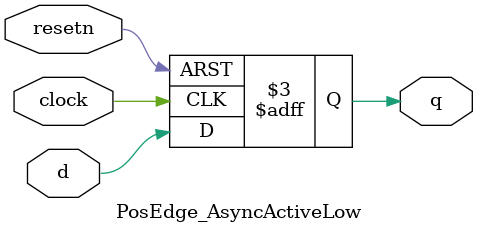
<source format=v>
`timescale 1ns / 1ps
`default_nettype none

module top(SW, LEDR); 
	input[9:0]SW;
	output[9:0]LEDR;

	PosEdge_AsyncActiveLow u0(SW[0], SW[9], SW[1], LEDR[0]);

endmodule

module PosEdge_AsyncActiveLow(d, clock, resetn, q);
    input d, clock, resetn;
    output reg q;
	 
    always@(posedge clock, negedge resetn) 
        begin
            if (resetn == 1'b0)
                q <= 0; 
            else
                q <= d;
        end
endmodule

</source>
